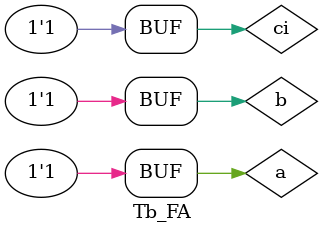
<source format=v>
`timescale 1ns / 1ps


module Tb_FA();
    reg a,b,ci;
    wire s,co;
    
    Full_Adder sim_FA(.a(a), .b(b), .ci(ci), .s(s), .co(co));
    
    initial
    begin
    a = 0;
    b = 0;
    ci = 0;
    end
    
    initial
    begin
    #100 a=0;b=0;ci=0;
    #100 a=0;b=0;ci=1;
    #100 a=0;b=1;ci=0;
    #100 a=0;b=1;ci=1;
    #100 a=1;b=0;ci=0;
    #100 a=1;b=0;ci=1;
    #100 a=1;b=1;ci=0;
    #100 a=1;b=1;ci=1;
    end
    
endmodule

</source>
